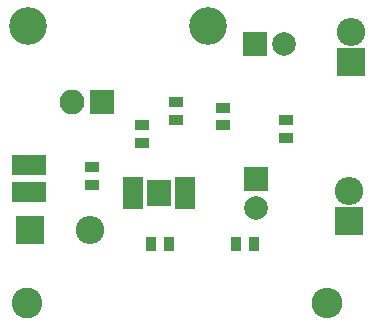
<source format=gbr>
G04 #@! TF.FileFunction,Soldermask,Top*
%FSLAX46Y46*%
G04 Gerber Fmt 4.6, Leading zero omitted, Abs format (unit mm)*
G04 Created by KiCad (PCBNEW 4.0.6) date Tuesday, 18 July 2017 'PMt' 23:15:14*
%MOMM*%
%LPD*%
G01*
G04 APERTURE LIST*
%ADD10C,0.100000*%
%ADD11O,2.398980X2.398980*%
%ADD12R,2.398980X2.398980*%
%ADD13R,2.100000X2.100000*%
%ADD14O,2.100000X2.100000*%
%ADD15C,2.600000*%
%ADD16O,2.600000X2.600000*%
%ADD17R,1.000000X1.800000*%
%ADD18R,1.771600X0.730200*%
%ADD19R,2.127200X2.305000*%
%ADD20R,2.000000X2.000000*%
%ADD21C,2.000000*%
%ADD22R,2.400000X2.400000*%
%ADD23O,2.400000X2.400000*%
%ADD24C,3.200000*%
%ADD25O,3.200000X3.200000*%
%ADD26R,1.300000X0.900000*%
%ADD27R,0.900000X1.300000*%
G04 APERTURE END LIST*
D10*
D11*
X170810000Y-124950000D03*
D12*
X170810000Y-127490000D03*
D11*
X170960000Y-111480000D03*
D12*
X170960000Y-114020000D03*
D13*
X149880000Y-117370000D03*
D14*
X147340000Y-117370000D03*
D15*
X143600000Y-134400000D03*
D16*
X169000000Y-134400000D03*
D17*
X144700000Y-122705000D03*
X143750000Y-122705000D03*
X142800000Y-122705000D03*
X144700000Y-125035000D03*
X143750000Y-125035000D03*
X142800000Y-125035000D03*
D18*
X156914400Y-126090600D03*
X156914400Y-125608000D03*
X156914400Y-125100000D03*
X156914400Y-124592000D03*
X156914400Y-124109400D03*
X152545600Y-124109400D03*
X152545600Y-124592000D03*
X152545600Y-125100000D03*
X152545600Y-125608000D03*
X152545600Y-126090600D03*
D19*
X154730000Y-125100000D03*
D20*
X162980000Y-123870000D03*
D21*
X162980000Y-126370000D03*
D20*
X162840000Y-112510000D03*
D21*
X165340000Y-112510000D03*
D22*
X143810000Y-128210000D03*
D23*
X148890000Y-128210000D03*
D24*
X158870000Y-111000000D03*
D25*
X143630000Y-111000000D03*
D26*
X165530000Y-120400000D03*
X165530000Y-118900000D03*
X160150000Y-119360000D03*
X160150000Y-117860000D03*
D27*
X154080000Y-129380000D03*
X155580000Y-129380000D03*
D26*
X153320000Y-119380000D03*
X153320000Y-120880000D03*
X156150000Y-118920000D03*
X156150000Y-117420000D03*
D27*
X161290000Y-129440000D03*
X162790000Y-129440000D03*
D26*
X149100000Y-122920000D03*
X149100000Y-124420000D03*
M02*

</source>
